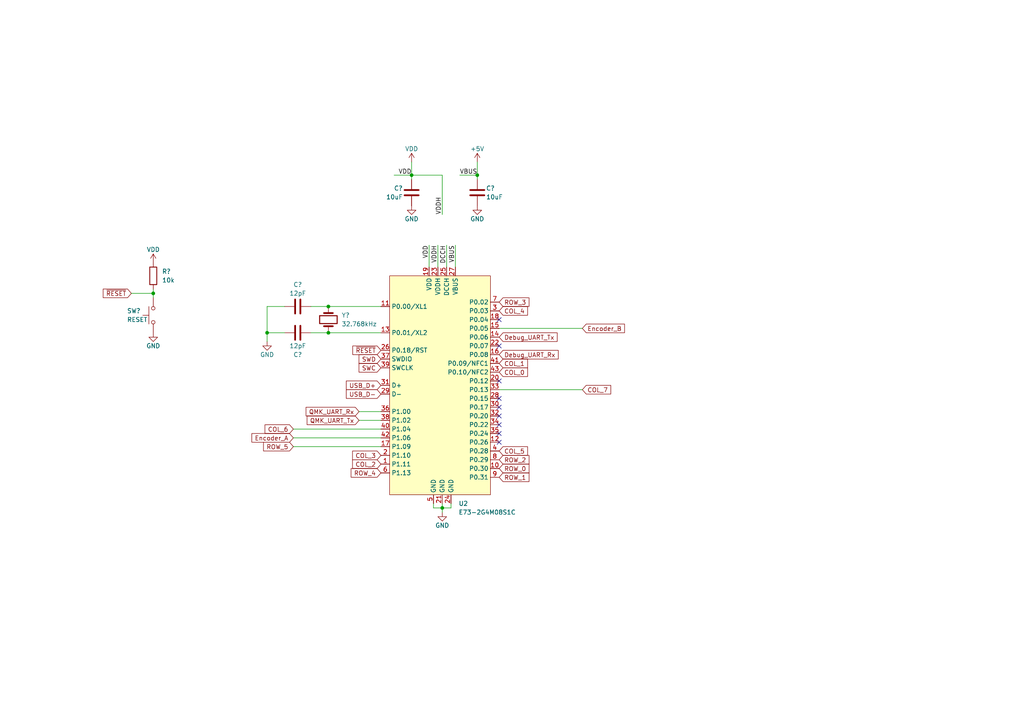
<source format=kicad_sch>
(kicad_sch (version 20230121) (generator eeschema)
  (paper "A4")
  (lib_symbols
    (symbol "Device:C" (pin_numbers hide) (pin_names (offset 0.254))
      (property "Reference" "C" (at 0.635 2.54 0))
      (property "Value" "C" (at 0.635 -2.54 0))
      (symbol "C_0_1"
        (polyline (pts (xy -2.032 -0.762) (xy 2.032 -0.762)) (stroke (width 0.508)))
        (polyline (pts (xy -2.032 0.762) (xy 2.032 0.762)) (stroke (width 0.508)))
      )
      (symbol "C_1_1"
        (pin passive line (at 0 3.81 270) (length 2.794) (name "~") (number "1"))
        (pin passive line (at 0 -3.81 90) (length 2.794) (name "~") (number "2"))
      )
    )
    (symbol "Device:Crystal" (pin_numbers hide) (pin_names (offset 1.016) hide)
      (property "Reference" "Y" (at 0 3.81 0))
      (property "Value" "Crystal" (at 0 -3.81 0))
      (symbol "Crystal_0_1"
        (rectangle (start -1.143 2.54) (end 1.143 -2.54) (stroke (width 0.3048)))
        (polyline (pts (xy -2.54 0) (xy -1.905 0)))
        (polyline (pts (xy -1.905 -1.27) (xy -1.905 1.27)) (stroke (width 0.508)))
        (polyline (pts (xy 1.905 -1.27) (xy 1.905 1.27)) (stroke (width 0.508)))
        (polyline (pts (xy 2.54 0) (xy 1.905 0)))
      )
      (symbol "Crystal_1_1"
        (pin passive line (at -3.81 0 0) (length 1.27) (name "1") (number "1"))
        (pin passive line (at 3.81 0 180) (length 1.27) (name "2") (number "2"))
      )
    )
    (symbol "Device:R" (pin_numbers hide) (pin_names (offset 0))
      (property "Reference" "R" (at 2.032 0 90))
      (property "Value" "R" (at 0 0 90))
      (symbol "R_0_1"
        (rectangle (start -1.016 -2.54) (end 1.016 2.54) (stroke (width 0.254)))
      )
      (symbol "R_1_1"
        (pin passive line (at 0 3.81 270) (length 1.27) (name "~") (number "1"))
        (pin passive line (at 0 -3.81 90) (length 1.27) (name "~") (number "2"))
      )
    )
    (symbol "ErgoSNM_Keyboard_Library:E73-2G4M08S1C"
      (property "Reference" "U" (at 10.16 -34.29 0))
      (property "Value" "E73-2G4M08S1C" (at 12.7 -36.83 0))
      (symbol "E73-2G4M08S1C_0_0"
        (pin bidirectional line (at -17.78 -24.13 0) (length 2.54) (name "P1.11") (number "1"))
        (pin bidirectional line (at 16.51 -25.4 180) (length 2.54) (name "P0.30") (number "10"))
        (pin bidirectional line (at -17.78 21.59 0) (length 2.54) (name "P0.00/XL1") (number "11"))
        (pin bidirectional line (at 16.51 -17.78 180) (length 2.54) (name "P0.26") (number "12"))
        (pin bidirectional line (at -17.78 13.97 0) (length 2.54) (name "P0.01/XL2") (number "13"))
        (pin bidirectional line (at 16.51 12.7 180) (length 2.54) (name "P0.06") (number "14"))
        (pin bidirectional line (at 16.51 15.24 180) (length 2.54) (name "P0.05") (number "15"))
        (pin bidirectional line (at 16.51 7.62 180) (length 2.54) (name "P0.08") (number "16"))
        (pin bidirectional line (at -17.78 -19.05 0) (length 2.54) (name "P1.09") (number "17"))
        (pin bidirectional line (at 16.51 17.78 180) (length 2.54) (name "P0.04") (number "18"))
        (pin power_in line (at -3.81 33.02 270) (length 2.54) (name "VDD") (number "19"))
        (pin bidirectional line (at -17.78 -21.59 0) (length 2.54) (name "P1.10") (number "2"))
        (pin bidirectional line (at 16.51 0 180) (length 2.54) (name "P0.12") (number "20"))
        (pin power_in line (at 0 -35.56 90) (length 2.54) (name "GND") (number "21"))
        (pin bidirectional line (at 16.51 10.16 180) (length 2.54) (name "P0.07") (number "22"))
        (pin power_in line (at -1.27 33.02 270) (length 2.54) (name "VDDH") (number "23"))
        (pin power_in line (at 2.54 -35.56 90) (length 2.54) (name "GND") (number "24"))
        (pin power_in line (at 1.27 33.02 270) (length 2.54) (name "DCCH") (number "25"))
        (pin bidirectional line (at -17.78 8.89 0) (length 2.54) (name "P0.18/RST") (number "26"))
        (pin power_in line (at 3.81 33.02 270) (length 2.54) (name "VBUS") (number "27"))
        (pin bidirectional line (at 16.51 -5.08 180) (length 2.54) (name "P0.15") (number "28"))
        (pin bidirectional line (at -17.78 -3.81 0) (length 2.54) (name "D-") (number "29"))
        (pin bidirectional line (at 16.51 20.32 180) (length 2.54) (name "P0.03") (number "3"))
        (pin bidirectional line (at 16.51 -7.62 180) (length 2.54) (name "P0.17") (number "30"))
        (pin bidirectional line (at -17.78 -1.27 0) (length 2.54) (name "D+") (number "31"))
        (pin bidirectional line (at 16.51 -10.16 180) (length 2.54) (name "P0.20") (number "32"))
        (pin bidirectional line (at 16.51 -2.54 180) (length 2.54) (name "P0.13") (number "33"))
        (pin bidirectional line (at 16.51 -12.7 180) (length 2.54) (name "P0.22") (number "34"))
        (pin bidirectional line (at 16.51 -15.24 180) (length 2.54) (name "P0.24") (number "35"))
        (pin bidirectional line (at -17.78 -8.89 0) (length 2.54) (name "P1.00") (number "36"))
        (pin bidirectional line (at -17.78 6.35 0) (length 2.54) (name "SWDIO") (number "37"))
        (pin bidirectional line (at -17.78 -11.43 0) (length 2.54) (name "P1.02") (number "38"))
        (pin bidirectional line (at -17.78 3.81 0) (length 2.54) (name "SWCLK") (number "39"))
        (pin bidirectional line (at 16.51 -20.32 180) (length 2.54) (name "P0.28") (number "4"))
        (pin bidirectional line (at -17.78 -13.97 0) (length 2.54) (name "P1.04") (number "40"))
        (pin bidirectional line (at 16.51 5.08 180) (length 2.54) (name "P0.09/NFC1") (number "41"))
        (pin bidirectional line (at -17.78 -16.51 0) (length 2.54) (name "P1.06") (number "42"))
        (pin bidirectional line (at 16.51 2.54 180) (length 2.54) (name "P0.10/NFC2") (number "43"))
        (pin power_in line (at -2.54 -35.56 90) (length 2.54) (name "GND") (number "5"))
        (pin bidirectional line (at -17.78 -26.67 0) (length 2.54) (name "P1.13") (number "6"))
        (pin bidirectional line (at 16.51 22.86 180) (length 2.54) (name "P0.02") (number "7"))
        (pin bidirectional line (at 16.51 -22.86 180) (length 2.54) (name "P0.29") (number "8"))
        (pin bidirectional line (at 16.51 -27.94 180) (length 2.54) (name "P0.31") (number "9"))
      )
      (symbol "E73-2G4M08S1C_1_1"
        (rectangle (start -15.24 30.48) (end 13.97 -33.02) (fill (type background)))
      )
    )
    (symbol "Switch:SW_Push" (pin_numbers hide) (pin_names (offset 1.016) hide)
      (property "Reference" "SW2" (at -8.89 1.27 90))
      (property "Value" "RESET" (at -8.89 -1.27 90))
      (symbol "SW_Push_0_1"
        (circle (center -2.032 0) (radius 0.508))
        (polyline (pts (xy 0 1.27) (xy 0 3.048)))
        (polyline (pts (xy 2.54 1.27) (xy -2.54 1.27)))
        (circle (center 2.032 0) (radius 0.508))
        (pin passive line (at -5.08 0 0) (length 2.54) (name "1") (number "1"))
        (pin passive line (at 5.08 0 180) (length 2.54) (name "2") (number "2"))
      )
    )
    (symbol "power:+5V" (power) (pin_names (offset 0))
      (property "Value" "+5V" (at 0 3.556 0))
      (symbol "+5V_0_1"
        (polyline (pts (xy -0.762 1.27) (xy 0 2.54)))
        (polyline (pts (xy 0 0) (xy 0 2.54)))
        (polyline (pts (xy 0 2.54) (xy 0.762 1.27)))
      )
      (symbol "+5V_1_1"
        (pin power_in line (at 0 0 90) (length 0) hide (name "+5V") (number "1"))
      )
    )
    (symbol "power:GND" (power) (pin_names (offset 0))
      (property "Value" "GND" (at 0 -3.81 0))
      (symbol "GND_0_1"
        (polyline (pts (xy 0 0) (xy 0 -1.27) (xy 1.27 -1.27) (xy 0 -2.54) (xy -1.27 -1.27) (xy 0 -1.27)))
      )
      (symbol "GND_1_1"
        (pin power_in line (at 0 0 270) (length 0) hide (name "GND") (number "1"))
      )
    )
    (symbol "power:VDD" (power) (pin_names (offset 0))
      (property "Value" "VDD" (at 0 3.81 0))
      (symbol "VDD_0_1"
        (polyline (pts (xy -0.762 1.27) (xy 0 2.54)))
        (polyline (pts (xy 0 0) (xy 0 2.54)))
        (polyline (pts (xy 0 2.54) (xy 0.762 1.27)))
      )
      (symbol "VDD_1_1"
        (pin power_in line (at 0 0 90) (length 0) hide (name "VDD") (number "1"))
      )
    )
  )
  (junction (at 119.38 50.8))
  (junction (at 44.45 85.09))
  (junction (at 95.25 96.52))
  (junction (at 95.25 88.9))
  (junction (at 77.47 96.52))
  (junction (at 128.27 147.32))
  (junction (at 138.43 50.8))
  (no_connect (at 144.78 125.73))
  (no_connect (at 144.78 123.19))
  (no_connect (at 144.78 110.49))
  (no_connect (at 144.78 120.65))
  (no_connect (at 144.78 92.71))
  (no_connect (at 144.78 115.57))
  (no_connect (at 144.78 100.33))
  (no_connect (at 144.78 128.27))
  (no_connect (at 144.78 118.11))
  (wire (pts (xy 77.47 99.06) (xy 77.47 96.52)))
  (wire (pts (xy 138.43 50.8) (xy 138.43 52.07)))
  (wire (pts (xy 104.14 121.92) (xy 110.49 121.92)))
  (wire (pts (xy 119.38 52.07) (xy 119.38 50.8)))
  (wire (pts (xy 77.47 88.9) (xy 77.47 96.52)))
  (wire (pts (xy 130.81 146.05) (xy 130.81 147.32)))
  (wire (pts (xy 95.25 96.52) (xy 110.49 96.52)))
  (wire (pts (xy 128.27 147.32) (xy 128.27 148.59)))
  (wire (pts (xy 125.73 146.05) (xy 125.73 147.32)))
  (wire (pts (xy 132.08 71.12) (xy 132.08 77.47)))
  (wire (pts (xy 124.46 71.12) (xy 124.46 77.47)))
  (wire (pts (xy 44.45 86.36) (xy 44.45 85.09)))
  (wire (pts (xy 85.09 124.46) (xy 110.49 124.46)))
  (wire (pts (xy 44.45 85.09) (xy 44.45 83.82)))
  (wire (pts (xy 104.14 119.38) (xy 110.49 119.38)))
  (wire (pts (xy 82.55 96.52) (xy 77.47 96.52)))
  (wire (pts (xy 168.91 113.03) (xy 144.78 113.03)))
  (wire (pts (xy 138.43 46.99) (xy 138.43 50.8)))
  (wire (pts (xy 95.25 88.9) (xy 110.49 88.9)))
  (wire (pts (xy 128.27 146.05) (xy 128.27 147.32)))
  (wire (pts (xy 127 71.12) (xy 127 77.47)))
  (wire (pts (xy 168.91 95.25) (xy 144.78 95.25)))
  (wire (pts (xy 129.54 71.12) (xy 129.54 77.47)))
  (wire (pts (xy 119.38 50.8) (xy 114.3 50.8)))
  (wire (pts (xy 125.73 147.32) (xy 128.27 147.32)))
  (wire (pts (xy 138.43 50.8) (xy 133.35 50.8)))
  (wire (pts (xy 90.17 88.9) (xy 95.25 88.9)))
  (wire (pts (xy 119.38 46.99) (xy 119.38 50.8)))
  (wire (pts (xy 85.09 129.54) (xy 110.49 129.54)))
  (wire (pts (xy 85.09 127) (xy 110.49 127)))
  (wire (pts (xy 119.38 50.8) (xy 128.27 50.8)))
  (wire (pts (xy 90.17 96.52) (xy 95.25 96.52)))
  (wire (pts (xy 82.55 88.9) (xy 77.47 88.9)))
  (wire (pts (xy 128.27 147.32) (xy 130.81 147.32)))
  (wire (pts (xy 128.27 50.8) (xy 128.27 62.23)))
  (wire (pts (xy 38.1 85.09) (xy 44.45 85.09)))
  (label "VBUS" (at 132.08 71.12 270))
  (label "VDD" (at 124.46 71.12 270))
  (label "DCCH" (at 129.54 71.12 270))
  (label "VDDH" (at 128.27 62.23 90))
  (label "VBUS" (at 138.43 50.8 180))
  (label "VDDH" (at 127 71.12 270))
  (label "VDD" (at 119.38 50.8 180))
  (global_label "SWC" (shape input) (at 110.49 106.68 180) (property "Intersheetrefs" "${INTERSHEET_REFS}" (effects hide)))
  (global_label "COL_4" (shape input) (at 144.78 90.17 0) (property "Intersheetrefs" "${INTERSHEET_REFS}" (effects hide)))
  (global_label "COL_6" (shape input) (at 85.09 124.46 180) (property "Intersheetrefs" "${INTERSHEET_REFS}" (effects hide)))
  (global_label "Encoder_A" (shape input) (at 85.09 127 180) (property "Intersheetrefs" "${INTERSHEET_REFS}" (effects hide)))
  (global_label "COL_2" (shape input) (at 110.49 134.62 180) (property "Intersheetrefs" "${INTERSHEET_REFS}" (effects hide)))
  (global_label "COL_3" (shape input) (at 110.49 132.08 180) (property "Intersheetrefs" "${INTERSHEET_REFS}" (effects hide)))
  (global_label "COL_1" (shape input) (at 144.78 105.41 0) (property "Intersheetrefs" "${INTERSHEET_REFS}" (effects hide)))
  (global_label "COL_0" (shape input) (at 144.78 107.95 0) (property "Intersheetrefs" "${INTERSHEET_REFS}" (effects hide)))
  (global_label "Debug_UART_Rx" (shape input) (at 144.78 102.87 0) (property "Intersheetrefs" "${INTERSHEET_REFS}" (effects hide)))
  (global_label "Debug_UART_Tx" (shape input) (at 144.78 97.79 0) (property "Intersheetrefs" "${INTERSHEET_REFS}" (effects hide)))
  (global_label "ROW_5" (shape input) (at 85.09 129.54 180) (property "Intersheetrefs" "${INTERSHEET_REFS}" (effects hide)))
  (global_label "SWD" (shape input) (at 110.49 104.14 180) (property "Intersheetrefs" "${INTERSHEET_REFS}" (effects hide)))
  (global_label "COL_5" (shape input) (at 144.78 130.81 0) (property "Intersheetrefs" "${INTERSHEET_REFS}" (effects hide)))
  (global_label "~{RESET}" (shape input) (at 110.49 101.6 180) (property "Intersheetrefs" "${INTERSHEET_REFS}" (effects hide)))
  (global_label "QMK_UART_Rx" (shape input) (at 104.14 119.38 180) (property "Intersheetrefs" "${INTERSHEET_REFS}" (effects hide)))
  (global_label "ROW_0" (shape input) (at 144.78 135.89 0) (property "Intersheetrefs" "${INTERSHEET_REFS}" (effects hide)))
  (global_label "ROW_4" (shape input) (at 110.49 137.16 180) (property "Intersheetrefs" "${INTERSHEET_REFS}" (effects hide)))
  (global_label "~{RESET}" (shape input) (at 38.1 85.09 180) (property "Intersheetrefs" "${INTERSHEET_REFS}" (effects hide)))
  (global_label "ROW_1" (shape input) (at 144.78 138.43 0) (property "Intersheetrefs" "${INTERSHEET_REFS}" (effects hide)))
  (global_label "USB_D-" (shape input) (at 110.49 114.3 180) (property "Intersheetrefs" "${INTERSHEET_REFS}" (effects hide)))
  (global_label "ROW_2" (shape input) (at 144.78 133.35 0) (property "Intersheetrefs" "${INTERSHEET_REFS}" (effects hide)))
  (global_label "ROW_3" (shape input) (at 144.78 87.63 0) (property "Intersheetrefs" "${INTERSHEET_REFS}" (effects hide)))
  (global_label "COL_7" (shape input) (at 168.91 113.03 0) (property "Intersheetrefs" "${INTERSHEET_REFS}" (effects hide)))
  (global_label "Encoder_B" (shape input) (at 168.91 95.25 0) (property "Intersheetrefs" "${INTERSHEET_REFS}" (effects hide)))
  (global_label "QMK_UART_Tx" (shape input) (at 104.14 121.92 180) (property "Intersheetrefs" "${INTERSHEET_REFS}" (effects hide)))
  (global_label "USB_D+" (shape input) (at 110.49 111.76 180) (property "Intersheetrefs" "${INTERSHEET_REFS}" (effects hide)))
  (symbol (lib_id "power:GND") (at 77.47 99.06 0) (unit 1)
    (property "Reference" "#PWR?" (effects hide))
    (property "Value" "GND" (at 77.47 102.87 0))
    (instances (project "nrf52840" (path "" (reference "#PWR?") (unit 1))) (project "ErgoSNM_v3_left" (path "" (reference "#PWR0105") (unit 1))))
  )
  (symbol (lib_id "Device:Crystal") (at 95.25 92.71 90) (unit 1)
    (property "Reference" "Y?" (at 99.06 91.44 90) (effects (justify right)))
    (property "Value" "32.768kHz" (at 99.06 93.98 90) (effects (justify right)))
    (property "Footprint" "Crystal:Crystal_SMD_3215-2Pin_3.2x1.5mm" (effects hide))
    (instances (project "nrf52840" (path "" (reference "Y?") (unit 1))) (project "ErgoSNM_v3_left" (path "" (reference "Y1") (unit 1))))
  )
  (symbol (lib_id "power:VDD") (at 44.45 76.2 0) (unit 1)
    (property "Reference" "#PWR?" (effects hide))
    (property "Value" "VDD" (at 44.45 72.39 0))
    (instances (project "ErgoSNM_v3_left" (path "" (reference "#PWR?") (unit 1)) (path "" (reference "#PWR0106") (unit 1))))
  )
  (symbol (lib_id "power:+5V") (at 138.43 46.99 0) (unit 1)
    (property "Reference" "#PWR?" (effects hide))
    (property "Value" "+5V" (at 138.43 43.18 0))
    (instances (project "nrf52840" (path "" (reference "#PWR?") (unit 1))) (project "ErgoSNM_v3_left" (path "" (reference "#PWR?") (unit 1)) (path "" (reference "#PWR0103") (unit 1))))
  )
  (symbol (lib_id "ErgoSNM_Keyboard_Library:E73-2G4M08S1C") (at 128.27 110.49 0) (unit 1)
    (property "Reference" "U2" (at 133.0041 146.05 0) (effects (justify left)))
    (property "Value" "E73-2G4M08S1C" (at 133.0041 148.59 0) (effects (justify left)))
    (property "Footprint" "ErgoSNM_Keyboard:E73-2G4M08S1C-52840" (effects hide))
  )
  (symbol (lib_id "power:GND") (at 119.38 59.69 0) (unit 1)
    (property "Reference" "#PWR?" (effects hide))
    (property "Value" "GND" (at 119.38 63.5 0))
    (instances (project "nrf52840" (path "" (reference "#PWR?") (unit 1))) (project "ErgoSNM_v3_left" (path "" (reference "#PWR0102") (unit 1))))
  )
  (symbol (lib_id "Device:C") (at 138.43 55.88 0) (unit 1)
    (property "Reference" "C?" (at 140.97 54.61 0) (effects (justify left)))
    (property "Value" "10uF" (at 140.97 57.15 0) (effects (justify left)))
    (property "Footprint" "Capacitor_SMD:C_0603_1608Metric" (effects hide))
    (instances (project "" (path "" (reference "C?") (unit 1))) (project "nrf52840" (path "" (reference "C?") (unit 1))) (project "ErgoSNM_v3_left" (path "" (reference "C8") (unit 1))))
  )
  (symbol (lib_id "Device:C") (at 119.38 55.88 0) (mirror y) (unit 1)
    (property "Reference" "C?" (at 116.84 54.61 0) (effects (justify left)))
    (property "Value" "10uF" (at 116.84 57.15 0) (effects (justify left)))
    (property "Footprint" "Capacitor_SMD:C_0603_1608Metric" (effects hide))
    (instances (project "" (path "" (reference "C?") (unit 1))) (project "nrf52840" (path "" (reference "C?") (unit 1))) (project "ErgoSNM_v3_left" (path "" (reference "C7") (unit 1))))
  )
  (symbol (lib_id "Switch:SW_Push") (at 44.45 91.44 90) (unit 1)
    (property "Reference" "SW?" (at 36.83 90.17 90) (effects (justify right)))
    (property "Value" "RESET" (at 36.83 92.71 90) (effects (justify right)))
    (property "Footprint" "Button_Switch_SMD:SW_SPST_TL3342" (effects hide))
    (property "MFR. Part #" "TS-1187A-B-A-B" (effects hide))
    (property "LCSC" "C318884" (effects hide))
    (instances (project "ErgoSNM_v3_left" (path "" (reference "SW?") (unit 1)) (path "" (reference "SW3") (unit 1))))
  )
  (symbol (lib_id "power:GND") (at 128.27 148.59 0) (unit 1)
    (property "Reference" "#PWR?" (effects hide))
    (property "Value" "GND" (at 128.27 152.4 0))
    (instances (project "nrf52840" (path "" (reference "#PWR?") (unit 1))) (project "ErgoSNM_v3_left" (path "" (reference "#PWR0108") (unit 1))))
  )
  (symbol (lib_id "Device:C") (at 86.36 88.9 270) (mirror x) (unit 1)
    (property "Reference" "C?" (at 86.36 82.55 90))
    (property "Value" "12pF" (at 86.36 85.09 90))
    (property "Footprint" "Capacitor_SMD:C_0603_1608Metric" (effects hide))
    (instances (project "nrf52840" (path "" (reference "C?") (unit 1))) (project "ErgoSNM_v3_left" (path "" (reference "C3") (unit 1))))
  )
  (symbol (lib_id "power:GND") (at 138.43 59.69 0) (unit 1)
    (property "Reference" "#PWR?" (effects hide))
    (property "Value" "GND" (at 138.43 63.5 0))
    (instances (project "nrf52840" (path "" (reference "#PWR?") (unit 1))) (project "ErgoSNM_v3_left" (path "" (reference "#PWR0104") (unit 1))))
  )
  (symbol (lib_id "Device:R") (at 44.45 80.01 0) (unit 1)
    (property "Reference" "R?" (at 46.99 78.7399 0) (effects (justify left)))
    (property "Value" "10k" (at 46.99 81.2799 0) (effects (justify left)))
    (property "Footprint" "Resistor_SMD:R_0603_1608Metric" (effects hide))
    (property "MFR. Part #" "0402WGF1002TCE " (effects hide))
    (property "LCSC" "C25744" (effects hide))
    (instances (project "ErgoSNM_v3_left" (path "" (reference "R?") (unit 1)) (path "" (reference "R5") (unit 1))))
  )
  (symbol (lib_id "power:GND") (at 44.45 96.52 0) (unit 1)
    (property "Reference" "#PWR?" (effects hide))
    (property "Value" "GND" (at 44.45 100.33 0))
    (instances (project "ErgoSNM_v3_left" (path "" (reference "#PWR?") (unit 1)) (path "" (reference "#PWR0107") (unit 1))))
  )
  (symbol (lib_id "power:VDD") (at 119.38 46.99 0) (unit 1)
    (property "Reference" "#PWR?" (effects hide))
    (property "Value" "VDD" (at 119.38 43.18 0))
    (instances (project "ErgoSNM_v3_left" (path "" (reference "#PWR?") (unit 1)) (path "" (reference "#PWR0101") (unit 1))))
  )
  (symbol (lib_id "Device:C") (at 86.36 96.52 90) (unit 1)
    (property "Reference" "C?" (at 86.36 102.87 90))
    (property "Value" "12pF" (at 86.36 100.33 90))
    (property "Footprint" "Capacitor_SMD:C_0603_1608Metric" (effects hide))
    (instances (project "nrf52840" (path "" (reference "C?") (unit 1))) (project "ErgoSNM_v3_left" (path "" (reference "C4") (unit 1))))
  )
)
</source>
